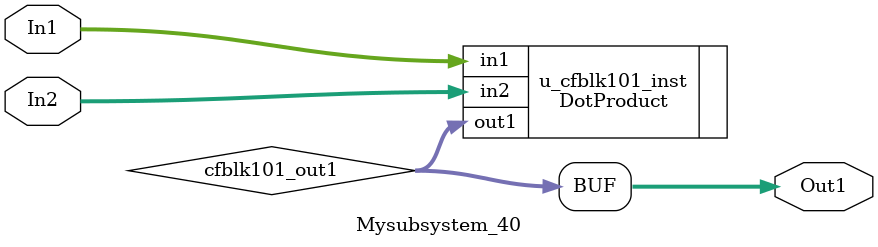
<source format=v>



`timescale 1 ns / 1 ns

module Mysubsystem_40
          (In1,
           In2,
           Out1);


  input   [7:0] In1;  // uint8
  input   [7:0] In2;  // uint8
  output  [15:0] Out1;  // uint16


  wire [15:0] cfblk101_out1;  // uint16


  DotProduct u_cfblk101_inst (.in1(In1),  // uint8
                              .in2(In2),  // uint8
                              .out1(cfblk101_out1)  // uint16
                              );

  assign Out1 = cfblk101_out1;

endmodule  // Mysubsystem_40


</source>
